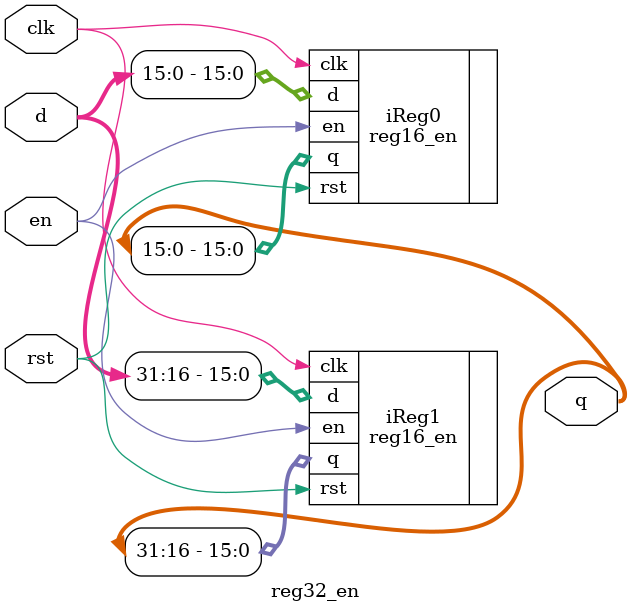
<source format=v>
module reg32_en(q,d,clk,rst,en);
   input[31:0] d;
   input clk,rst,en;
   output[31:0] q;

   reg16_en iReg0(.q(q[15:0]), .d(d[15:0]), .clk(clk), .rst(rst), .en(en));
   reg16_en iReg1(.q(q[31:16]), .d(d[31:16]), .clk(clk), .rst(rst), .en(en));
			
endmodule

</source>
